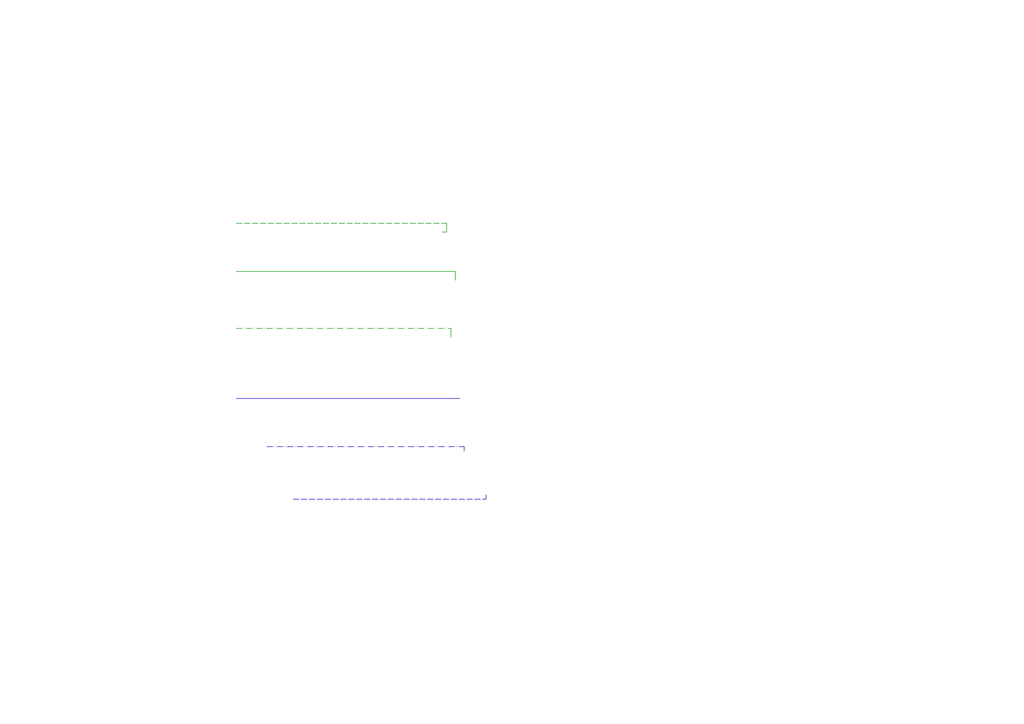
<source format=kicad_sch>
(kicad_sch
	(version 20231120)
	(generator "eeschema")
	(generator_version "8.0")
	(uuid "a96e74f5-bfd0-44f6-8953-899141de67da")
	(paper "A4")
	(lib_symbols)
	(wire
		(pts
			(xy 68.58 95.25) (xy 130.81 95.25)
		)
		(stroke
			(width 0)
			(type dash_dot)
		)
		(uuid "12e39d86-0d45-4c2e-b81d-6b25f54e8128")
	)
	(polyline
		(pts
			(xy 68.58 115.57) (xy 133.35 115.57)
		)
		(stroke
			(width 0)
			(type default)
		)
		(uuid "2f8cfa2d-a04e-4baa-b658-fd5f6c8b8790")
	)
	(polyline
		(pts
			(xy 77.47 129.54) (xy 134.62 129.54)
		)
		(stroke
			(width 0)
			(type dash_dot)
		)
		(uuid "5c27a2c7-28fa-40ce-b926-b72b450dd071")
	)
	(wire
		(pts
			(xy 132.08 78.74) (xy 132.08 81.28)
		)
		(stroke
			(width 0)
			(type default)
		)
		(uuid "6fd1cb0b-58d2-4e4e-b6aa-5d1e8d25d895")
	)
	(polyline
		(pts
			(xy 140.97 143.51) (xy 140.97 144.78)
		)
		(stroke
			(width 0)
			(type default)
		)
		(uuid "77af7838-985e-49a7-87b4-22a07a841bde")
	)
	(wire
		(pts
			(xy 68.58 78.74) (xy 132.08 78.74)
		)
		(stroke
			(width 0)
			(type default)
		)
		(uuid "9ecb646c-5000-4369-9f63-993e1a18c13e")
	)
	(polyline
		(pts
			(xy 134.62 129.54) (xy 134.62 130.81)
		)
		(stroke
			(width 0)
			(type default)
		)
		(uuid "a8859a3f-f009-44f9-8ce8-cc8a50ff1661")
	)
	(wire
		(pts
			(xy 130.81 95.25) (xy 130.81 97.79)
		)
		(stroke
			(width 0)
			(type default)
		)
		(uuid "a9fa2ac2-d41a-4bbb-be16-24c8559a54a7")
	)
	(wire
		(pts
			(xy 128.27 67.31) (xy 129.54 67.31)
		)
		(stroke
			(width 0)
			(type default)
		)
		(uuid "c728bc7e-ece4-4d53-b095-c113aa162fe6")
	)
	(polyline
		(pts
			(xy 85.09 144.78) (xy 140.97 144.78)
		)
		(stroke
			(width 0)
			(type dash)
		)
		(uuid "cf956334-7ac6-4094-b761-6c397bac9597")
	)
	(wire
		(pts
			(xy 129.54 64.77) (xy 129.54 67.31)
		)
		(stroke
			(width 0)
			(type default)
		)
		(uuid "d3e32bee-6b28-452b-837d-2abd747ef080")
	)
	(wire
		(pts
			(xy 68.58 64.77) (xy 129.54 64.77)
		)
		(stroke
			(width 0)
			(type dash)
		)
		(uuid "e5d336ce-9a7b-4150-9b64-110d57a6f8f6")
	)
	(sheet_instances
		(path "/"
			(page "1")
		)
	)
)

</source>
